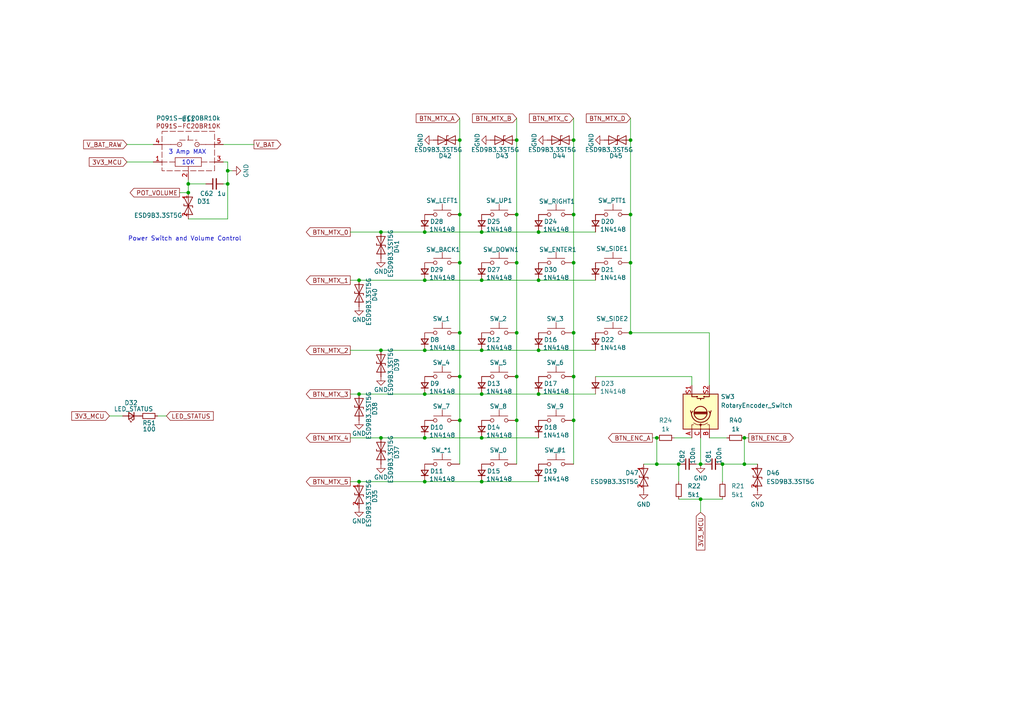
<source format=kicad_sch>
(kicad_sch (version 20250114) (generator "eeschema") (generator_version "9.0")
  (paper "A4")
  (lib_symbols
    (symbol "Device:C_Small" (pin_numbers (hide yes)) (pin_names (offset 0.254) (hide yes))
      (property "Reference" "C" (at 0.254 1.778 0))
      (property "Value" "C_Small" (at 0.254 -2.032 0))
      (symbol "C_Small_0_1"
        (polyline (pts (xy -1.524 0.508) (xy 1.524 0.508)) (stroke (width 0.3048)))
        (polyline (pts (xy -1.524 -0.508) (xy 1.524 -0.508)) (stroke (width 0.3302)))
      )
      (symbol "C_Small_1_1"
        (pin passive line (at 0 2.54 270) (length 2.032) (name "~") (number "1"))
        (pin passive line (at 0 -2.54 90) (length 2.032) (name "~") (number "2"))
      )
    )
    (symbol "Device:D_Small" (pin_numbers (hide yes)) (pin_names (offset 0.254) (hide yes))
      (property "Reference" "D" (at -1.27 2.032 0))
      (property "Value" "D_Small" (at -3.81 -2.032 0))
      (symbol "D_Small_0_1"
        (polyline (pts (xy -0.762 0) (xy 0.762 0)))
        (polyline (pts (xy -0.762 -1.016) (xy -0.762 1.016)) (stroke (width 0.254)))
        (polyline (pts (xy 0.762 -1.016) (xy -0.762 0) (xy 0.762 1.016) (xy 0.762 -1.016)) (stroke (width 0.254)))
      )
      (symbol "D_Small_1_1"
        (pin passive line (at -2.54 0 0) (length 1.778) (name "K") (number "1"))
        (pin passive line (at 2.54 0 180) (length 1.778) (name "A") (number "2"))
      )
    )
    (symbol "Device:LED_Small" (pin_numbers (hide yes)) (pin_names (offset 0.254) (hide yes))
      (property "Reference" "D" (at -1.27 3.175 0))
      (property "Value" "LED_Small" (at -4.445 -2.54 0))
      (symbol "LED_Small_0_1"
        (polyline (pts (xy -0.762 -1.016) (xy -0.762 1.016)) (stroke (width 0.254)))
        (polyline (pts (xy 0 0.762) (xy -0.508 1.27) (xy -0.254 1.27) (xy -0.508 1.27) (xy -0.508 1.016)))
        (polyline (pts (xy 0.508 1.27) (xy 0 1.778) (xy 0.254 1.778) (xy 0 1.778) (xy 0 1.524)))
        (polyline (pts (xy 0.762 -1.016) (xy -0.762 0) (xy 0.762 1.016) (xy 0.762 -1.016)) (stroke (width 0.254)))
        (polyline (pts (xy 1.016 0) (xy -0.762 0)))
      )
      (symbol "LED_Small_1_1"
        (pin passive line (at -2.54 0 0) (length 1.778) (name "K") (number "1"))
        (pin passive line (at 2.54 0 180) (length 1.778) (name "A") (number "2"))
      )
    )
    (symbol "Device:R_Small" (pin_numbers (hide yes)) (pin_names (offset 0.254) (hide yes))
      (property "Reference" "R" (at 0.762 0.508 0))
      (property "Value" "R_Small" (at 0.762 -1.016 0))
      (symbol "R_Small_0_1"
        (rectangle (start -0.762 1.778) (end 0.762 -1.778) (stroke (width 0.2032)))
      )
      (symbol "R_Small_1_1"
        (pin passive line (at 0 2.54 270) (length 0.762) (name "~") (number "1"))
        (pin passive line (at 0 -2.54 90) (length 0.762) (name "~") (number "2"))
      )
    )
    (symbol "Device:RotaryEncoder_Switch" (pin_names (offset 0.254) (hide yes))
      (property "Reference" "SW" (at 0 6.604 0))
      (property "Value" "RotaryEncoder_Switch" (at 0 -6.604 0))
      (symbol "RotaryEncoder_Switch_0_1"
        (rectangle (start -5.08 5.08) (end 5.08 -5.08) (stroke (width 0.254)) (fill (type background)))
        (polyline (pts (xy -5.08 2.54) (xy -3.81 2.54) (xy -3.81 2.032)))
        (polyline (pts (xy -5.08 0) (xy -3.81 0) (xy -3.81 -1.016) (xy -3.302 -2.032)))
        (polyline (pts (xy -5.08 -2.54) (xy -3.81 -2.54) (xy -3.81 -2.032)))
        (polyline (pts (xy -4.318 0) (xy -3.81 0) (xy -3.81 1.016) (xy -3.302 2.032)))
        (circle (center -3.81 0) (radius 0.254) (fill (type outline)))
        (polyline (pts (xy -0.635 -1.778) (xy -0.635 1.778)) (stroke (width 0.254)))
        (circle (center -0.381 0) (radius 1.905) (stroke (width 0.254)))
        (polyline (pts (xy -0.381 -1.778) (xy -0.381 1.778)) (stroke (width 0.254)))
        (arc (start -0.381 -2.794) (mid -3.0988 -0.0635) (end -0.381 2.667) (stroke (width 0.254)))
        (polyline (pts (xy -0.127 1.778) (xy -0.127 -1.778)) (stroke (width 0.254)))
        (polyline (pts (xy 0.254 2.921) (xy -0.508 2.667) (xy 0.127 2.286)) (stroke (width 0.254)))
        (polyline (pts (xy 0.254 -3.048) (xy -0.508 -2.794) (xy 0.127 -2.413)) (stroke (width 0.254)))
        (polyline (pts (xy 3.81 1.016) (xy 3.81 -1.016)) (stroke (width 0.254)))
        (polyline (pts (xy 3.81 0) (xy 3.429 0)) (stroke (width 0.254)))
        (circle (center 4.318 1.016) (radius 0.127) (stroke (width 0.254)))
        (circle (center 4.318 -1.016) (radius 0.127) (stroke (width 0.254)))
        (polyline (pts (xy 5.08 2.54) (xy 4.318 2.54) (xy 4.318 1.016)) (stroke (width 0.254)))
        (polyline (pts (xy 5.08 -2.54) (xy 4.318 -2.54) (xy 4.318 -1.016)) (stroke (width 0.254)))
      )
      (symbol "RotaryEncoder_Switch_1_1"
        (pin passive line (at -7.62 2.54 0) (length 2.54) (name "A") (number "A"))
        (pin passive line (at -7.62 0 0) (length 2.54) (name "C") (number "C"))
        (pin passive line (at -7.62 -2.54 0) (length 2.54) (name "B") (number "B"))
        (pin passive line (at 7.62 2.54 180) (length 2.54) (name "S1") (number "S1"))
        (pin passive line (at 7.62 -2.54 180) (length 2.54) (name "S2") (number "S2"))
      )
    )
    (symbol "Diode:ESD9B3.3ST5G" (pin_numbers (hide yes)) (pin_names (offset 1.016) (hide yes))
      (property "Reference" "D" (at 0 2.54 0))
      (property "Value" "ESD9B3.3ST5G" (at 0 -2.54 0))
      (symbol "ESD9B3.3ST5G_0_1"
        (polyline (pts (xy -2.54 -1.27) (xy 0 0) (xy -2.54 1.27) (xy -2.54 -1.27)) (stroke (width 0.2032)))
        (polyline (pts (xy 0.508 1.27) (xy 0 1.27) (xy 0 -1.27) (xy -0.508 -1.27)) (stroke (width 0.2032)))
        (polyline (pts (xy 1.27 0) (xy -1.27 0)))
        (polyline (pts (xy 2.54 1.27) (xy 2.54 -1.27) (xy 0 0) (xy 2.54 1.27)) (stroke (width 0.2032)))
      )
      (symbol "ESD9B3.3ST5G_1_1"
        (pin passive line (at -3.81 0 0) (length 2.54) (name "A1") (number "1"))
        (pin passive line (at 3.81 0 180) (length 2.54) (name "A2") (number "2"))
      )
    )
    (symbol "ESD9B3.3ST5G_1" (pin_names (offset 1.016) (hide yes))
      (property "Reference" "D" (at 0 2.54 0))
      (property "Value" "ESD9B3.3ST5G" (at 0 -2.54 0))
      (symbol "ESD9B3.3ST5G_1_0_1"
        (polyline (pts (xy -2.54 -1.27) (xy 0 0) (xy -2.54 1.27) (xy -2.54 -1.27)) (stroke (width 0.2032)))
        (polyline (pts (xy 0.508 1.27) (xy 0 1.27) (xy 0 -1.27) (xy -0.508 -1.27)) (stroke (width 0.2032)))
        (polyline (pts (xy 1.27 0) (xy -1.27 0)))
        (polyline (pts (xy 2.54 1.27) (xy 2.54 -1.27) (xy 0 0) (xy 2.54 1.27)) (stroke (width 0.2032)))
      )
      (symbol "ESD9B3.3ST5G_1_1_1"
        (pin passive line (at -3.81 0 0) (length 2.54) (name "A1") (number "1"))
        (pin passive line (at 3.81 0 180) (length 2.54) (name "A2") (number "2"))
      )
    )
    (symbol "ESD9B3.3ST5G_2" (pin_names (offset 1.016) (hide yes))
      (property "Reference" "D" (at 0 2.54 0))
      (property "Value" "ESD9B3.3ST5G" (at 0 -2.54 0))
      (symbol "ESD9B3.3ST5G_2_0_1"
        (polyline (pts (xy -2.54 -1.27) (xy 0 0) (xy -2.54 1.27) (xy -2.54 -1.27)) (stroke (width 0.2032)))
        (polyline (pts (xy 0.508 1.27) (xy 0 1.27) (xy 0 -1.27) (xy -0.508 -1.27)) (stroke (width 0.2032)))
        (polyline (pts (xy 1.27 0) (xy -1.27 0)))
        (polyline (pts (xy 2.54 1.27) (xy 2.54 -1.27) (xy 0 0) (xy 2.54 1.27)) (stroke (width 0.2032)))
      )
      (symbol "ESD9B3.3ST5G_2_1_1"
        (pin passive line (at -3.81 0 0) (length 2.54) (name "A1") (number "1"))
        (pin passive line (at 3.81 0 180) (length 2.54) (name "A2") (number "2"))
      )
    )
    (symbol "P091S:P091S"
      (property "Reference" "U" (at 0 10.16 0))
      (symbol "P091S_0_1"
        (polyline (pts (xy -5.08 2.54) (xy -7.62 2.54)))
        (rectangle (start -3.81 -1.27) (end 3.81 -3.81))
        (circle (center -2.54 2.54) (radius 0.635))
        (polyline (pts (xy 0 3.81) (xy 0 5.08)))
        (circle (center 2.54 2.54) (radius 0.635))
        (polyline (pts (xy 5.08 2.54) (xy 7.62 2.54)))
      )
      (symbol "P091S_1_1"
        (rectangle (start -7.62 6.35) (end 7.62 -5.08) (stroke (width 0) (type dash)))
        (polyline (pts (xy -5.08 2.54) (xy -2.54 2.54)))
        (polyline (pts (xy -3.81 -2.54) (xy -7.62 -2.54)))
        (polyline (pts (xy -2.54 3.81) (xy 2.54 3.81)))
        (polyline (pts (xy 0 -3.81) (xy 0 -5.08)))
        (polyline (pts (xy 3.81 -2.54) (xy 7.62 -2.54)))
        (polyline (pts (xy 5.08 2.54) (xy 2.54 2.54)))
        (text "P091S-FC20BR10K" (at 0 7.874 0) (effects (font (size 1.27 1.27))))
        (pin passive line (at -10.16 2.54 0) (length 2.54) (name "") (number "4"))
        (pin passive line (at -10.16 -2.54 0) (length 2.54) (name "") (number "1"))
        (pin passive line (at 0 -7.62 90) (length 2.54) (name "") (number "2"))
        (pin passive line (at 10.16 2.54 180) (length 2.54) (name "") (number "5"))
        (pin passive line (at 10.16 -2.54 180) (length 2.54) (name "") (number "3"))
      )
    )
    (symbol "Switch:SW_Push" (pin_numbers (hide yes)) (pin_names (offset 1.016) (hide yes))
      (property "Reference" "SW" (at 1.27 2.54 0))
      (property "Value" "SW_Push" (at 0 -1.524 0))
      (symbol "SW_Push_0_1"
        (circle (center -2.032 0) (radius 0.508))
        (polyline (pts (xy 0 1.27) (xy 0 3.048)))
        (circle (center 2.032 0) (radius 0.508))
        (polyline (pts (xy 2.54 1.27) (xy -2.54 1.27)))
        (pin passive line (at -5.08 0 0) (length 2.54) (name "1") (number "1"))
        (pin passive line (at 5.08 0 180) (length 2.54) (name "2") (number "2"))
      )
    )
    (symbol "power:GND" (power) (pin_numbers (hide yes)) (pin_names (offset 0) (hide yes))
      (property "Value" "GND" (at 0 -3.81 0))
      (symbol "GND_0_1"
        (polyline (pts (xy 0 0) (xy 0 -1.27) (xy 1.27 -1.27) (xy 0 -2.54) (xy -1.27 -1.27) (xy 0 -1.27)))
      )
      (symbol "GND_1_1"
        (pin power_in line (at 0 0 270) (length 0) (name "~") (number "1"))
      )
    )
  )
  (text "Power Switch and Volume Control\n" (at 53.594 69.342 0) (effects (font (size 1.27 1.27))))
  (text "3 Amp MAX\n" (at 54.356 44.196 0) (effects (font (size 1.27 1.27))))
  (text "10K\n" (at 54.61 47.244 0) (effects (font (size 1.27 1.27))))
  (junction (at 66.04 53.34))
  (junction (at 54.61 53.34))
  (junction (at 182.88 76.2))
  (junction (at 149.86 96.52))
  (junction (at 149.86 62.23))
  (junction (at 139.7 114.3))
  (junction (at 203.2 134.62))
  (junction (at 104.14 81.28))
  (junction (at 139.7 127))
  (junction (at 133.35 62.23))
  (junction (at 123.19 67.31))
  (junction (at 156.21 81.28))
  (junction (at 139.7 101.6))
  (junction (at 139.7 81.28))
  (junction (at 123.19 114.3))
  (junction (at 166.37 76.2))
  (junction (at 66.04 49.53))
  (junction (at 149.86 109.22))
  (junction (at 123.19 81.28))
  (junction (at 215.9 134.62))
  (junction (at 139.7 139.7))
  (junction (at 190.5 134.62))
  (junction (at 54.61 55.88))
  (junction (at 133.35 109.22))
  (junction (at 156.21 101.6))
  (junction (at 104.14 139.7))
  (junction (at 123.19 101.6))
  (junction (at 203.2 144.78))
  (junction (at 156.21 114.3))
  (junction (at 123.19 139.7))
  (junction (at 123.19 127))
  (junction (at 182.88 40.64))
  (junction (at 149.86 76.2))
  (junction (at 215.9 127))
  (junction (at 133.35 76.2))
  (junction (at 133.35 121.92))
  (junction (at 104.14 114.3))
  (junction (at 149.86 121.92))
  (junction (at 182.88 62.23))
  (junction (at 190.5 127))
  (junction (at 182.88 96.52))
  (junction (at 133.35 96.52))
  (junction (at 166.37 40.64))
  (junction (at 166.37 121.92))
  (junction (at 166.37 109.22))
  (junction (at 209.55 134.62))
  (junction (at 139.7 67.31))
  (junction (at 110.49 67.31))
  (junction (at 149.86 40.64))
  (junction (at 110.49 127))
  (junction (at 156.21 67.31))
  (junction (at 166.37 96.52))
  (junction (at 166.37 62.23))
  (junction (at 133.35 40.64))
  (junction (at 196.85 134.62))
  (junction (at 110.49 101.6))
  (wire (pts (xy 182.88 34.29) (xy 182.88 40.64)))
  (wire (pts (xy 215.9 134.62) (xy 219.71 134.62)))
  (wire (pts (xy 203.2 144.78) (xy 209.55 144.78)))
  (wire (pts (xy 182.88 76.2) (xy 182.88 96.52)))
  (wire (pts (xy 54.61 53.34) (xy 59.69 53.34)))
  (wire (pts (xy 201.93 134.62) (xy 203.2 134.62)))
  (wire (pts (xy 205.74 127) (xy 210.82 127)))
  (wire (pts (xy 172.72 109.22) (xy 200.66 109.22)))
  (wire (pts (xy 149.86 40.64) (xy 149.86 62.23)))
  (wire (pts (xy 166.37 109.22) (xy 166.37 121.92)))
  (wire (pts (xy 190.5 127) (xy 190.5 134.62)))
  (wire (pts (xy 195.58 127) (xy 200.66 127)))
  (wire (pts (xy 48.26 120.65) (xy 45.72 120.65)))
  (wire (pts (xy 66.04 49.53) (xy 66.04 53.34)))
  (wire (pts (xy 54.61 52.07) (xy 54.61 53.34)))
  (wire (pts (xy 139.7 139.7) (xy 156.21 139.7)))
  (wire (pts (xy 67.31 49.53) (xy 66.04 49.53)))
  (wire (pts (xy 190.5 134.62) (xy 196.85 134.62)))
  (wire (pts (xy 133.35 96.52) (xy 133.35 109.22)))
  (wire (pts (xy 139.7 67.31) (xy 156.21 67.31)))
  (wire (pts (xy 215.9 134.62) (xy 209.55 134.62)))
  (wire (pts (xy 182.88 62.23) (xy 182.88 76.2)))
  (wire (pts (xy 182.88 96.52) (xy 205.74 96.52)))
  (wire (pts (xy 133.35 109.22) (xy 133.35 121.92)))
  (wire (pts (xy 196.85 144.78) (xy 203.2 144.78)))
  (wire (pts (xy 139.7 114.3) (xy 156.21 114.3)))
  (wire (pts (xy 133.35 121.92) (xy 133.35 134.62)))
  (wire (pts (xy 66.04 46.99) (xy 64.77 46.99)))
  (wire (pts (xy 139.7 101.6) (xy 156.21 101.6)))
  (wire (pts (xy 110.49 67.31) (xy 123.19 67.31)))
  (wire (pts (xy 101.6 139.7) (xy 104.14 139.7)))
  (wire (pts (xy 196.85 134.62) (xy 196.85 139.7)))
  (wire (pts (xy 123.19 81.28) (xy 139.7 81.28)))
  (wire (pts (xy 123.19 114.3) (xy 139.7 114.3)))
  (wire (pts (xy 156.21 67.31) (xy 172.72 67.31)))
  (wire (pts (xy 156.21 114.3) (xy 172.72 114.3)))
  (wire (pts (xy 101.6 114.3) (xy 104.14 114.3)))
  (wire (pts (xy 203.2 134.62) (xy 204.47 134.62)))
  (wire (pts (xy 166.37 34.29) (xy 166.37 40.64)))
  (wire (pts (xy 110.49 127) (xy 123.19 127)))
  (wire (pts (xy 133.35 40.64) (xy 133.35 62.23)))
  (wire (pts (xy 149.86 96.52) (xy 149.86 109.22)))
  (wire (pts (xy 190.5 127) (xy 189.23 127)))
  (wire (pts (xy 156.21 81.28) (xy 172.72 81.28)))
  (wire (pts (xy 54.61 63.5) (xy 66.04 63.5)))
  (wire (pts (xy 101.6 127) (xy 110.49 127)))
  (wire (pts (xy 200.66 109.22) (xy 200.66 111.76)))
  (wire (pts (xy 166.37 96.52) (xy 166.37 109.22)))
  (wire (pts (xy 215.9 127) (xy 217.17 127)))
  (wire (pts (xy 101.6 81.28) (xy 104.14 81.28)))
  (wire (pts (xy 203.2 134.62) (xy 203.2 127)))
  (wire (pts (xy 149.86 76.2) (xy 149.86 96.52)))
  (wire (pts (xy 104.14 114.3) (xy 123.19 114.3)))
  (wire (pts (xy 166.37 121.92) (xy 166.37 134.62)))
  (wire (pts (xy 110.49 101.6) (xy 123.19 101.6)))
  (wire (pts (xy 54.61 55.88) (xy 52.07 55.88)))
  (wire (pts (xy 66.04 63.5) (xy 66.04 53.34)))
  (wire (pts (xy 36.83 41.91) (xy 44.45 41.91)))
  (wire (pts (xy 139.7 81.28) (xy 156.21 81.28)))
  (wire (pts (xy 215.9 127) (xy 215.9 134.62)))
  (wire (pts (xy 209.55 134.62) (xy 209.55 139.7)))
  (wire (pts (xy 149.86 109.22) (xy 149.86 121.92)))
  (wire (pts (xy 64.77 53.34) (xy 66.04 53.34)))
  (wire (pts (xy 203.2 144.78) (xy 203.2 148.59)))
  (wire (pts (xy 133.35 62.23) (xy 133.35 76.2)))
  (wire (pts (xy 104.14 81.28) (xy 123.19 81.28)))
  (wire (pts (xy 149.86 62.23) (xy 149.86 76.2)))
  (wire (pts (xy 139.7 127) (xy 156.21 127)))
  (wire (pts (xy 156.21 101.6) (xy 172.72 101.6)))
  (wire (pts (xy 149.86 121.92) (xy 149.86 134.62)))
  (wire (pts (xy 123.19 139.7) (xy 139.7 139.7)))
  (wire (pts (xy 104.14 139.7) (xy 123.19 139.7)))
  (wire (pts (xy 36.83 46.99) (xy 44.45 46.99)))
  (wire (pts (xy 186.69 134.62) (xy 190.5 134.62)))
  (wire (pts (xy 66.04 49.53) (xy 66.04 46.99)))
  (wire (pts (xy 166.37 62.23) (xy 166.37 76.2)))
  (wire (pts (xy 182.88 40.64) (xy 182.88 62.23)))
  (wire (pts (xy 166.37 40.64) (xy 166.37 62.23)))
  (wire (pts (xy 54.61 53.34) (xy 54.61 55.88)))
  (wire (pts (xy 73.66 41.91) (xy 64.77 41.91)))
  (wire (pts (xy 166.37 76.2) (xy 166.37 96.52)))
  (wire (pts (xy 133.35 34.29) (xy 133.35 40.64)))
  (wire (pts (xy 31.75 120.65) (xy 35.56 120.65)))
  (wire (pts (xy 101.6 67.31) (xy 110.49 67.31)))
  (wire (pts (xy 123.19 67.31) (xy 139.7 67.31)))
  (wire (pts (xy 205.74 96.52) (xy 205.74 111.76)))
  (wire (pts (xy 123.19 127) (xy 139.7 127)))
  (wire (pts (xy 101.6 101.6) (xy 110.49 101.6)))
  (wire (pts (xy 149.86 34.29) (xy 149.86 40.64)))
  (wire (pts (xy 133.35 76.2) (xy 133.35 96.52)))
  (wire (pts (xy 123.19 101.6) (xy 139.7 101.6)))
  (global_label "BTN_MTX_1" (shape output) (at 101.6 81.28 180) (property "Intersheetrefs" "${INTERSHEET_REFS}" (effects (hide yes))))
  (global_label "BTN_ENC_A" (shape output) (at 189.23 127 180) (property "Intersheetrefs" "${INTERSHEET_REFS}" (effects (hide yes))))
  (global_label "3V3_MCU" (shape input) (at 31.75 120.65 180) (property "Intersheetrefs" "${INTERSHEET_REFS}" (effects (hide yes))))
  (global_label "BTN_MTX_0" (shape output) (at 101.6 67.31 180) (property "Intersheetrefs" "${INTERSHEET_REFS}" (effects (hide yes))))
  (global_label "BTN_MTX_4" (shape output) (at 101.6 127 180) (property "Intersheetrefs" "${INTERSHEET_REFS}" (effects (hide yes))))
  (global_label "BTN_ENC_B" (shape output) (at 217.17 127 0) (property "Intersheetrefs" "${INTERSHEET_REFS}" (effects (hide yes))))
  (global_label "V_BAT_RAW" (shape input) (at 36.83 41.91 180) (property "Intersheetrefs" "${INTERSHEET_REFS}" (effects (hide yes))))
  (global_label "3V3_MCU" (shape input) (at 203.2 148.59 270) (property "Intersheetrefs" "${INTERSHEET_REFS}" (effects (hide yes))))
  (global_label "BTN_MTX_5" (shape output) (at 101.6 139.7 180) (property "Intersheetrefs" "${INTERSHEET_REFS}" (effects (hide yes))))
  (global_label "BTN_MTX_D" (shape input) (at 182.88 34.29 180) (property "Intersheetrefs" "${INTERSHEET_REFS}" (effects (hide yes))))
  (global_label "POT_VOLUME" (shape output) (at 52.07 55.88 180) (property "Intersheetrefs" "${INTERSHEET_REFS}" (effects (hide yes))))
  (global_label "BTN_MTX_A" (shape input) (at 133.35 34.29 180) (property "Intersheetrefs" "${INTERSHEET_REFS}" (effects (hide yes))))
  (global_label "BTN_MTX_3" (shape output) (at 101.6 114.3 180) (property "Intersheetrefs" "${INTERSHEET_REFS}" (effects (hide yes))))
  (global_label "V_BAT" (shape output) (at 73.66 41.91 0) (property "Intersheetrefs" "${INTERSHEET_REFS}" (effects (hide yes))))
  (global_label "BTN_MTX_2" (shape output) (at 101.6 101.6 180) (property "Intersheetrefs" "${INTERSHEET_REFS}" (effects (hide yes))))
  (global_label "3V3_MCU" (shape input) (at 36.83 46.99 180) (property "Intersheetrefs" "${INTERSHEET_REFS}" (effects (hide yes))))
  (global_label "BTN_MTX_B" (shape input) (at 149.86 34.29 180) (property "Intersheetrefs" "${INTERSHEET_REFS}" (effects (hide yes))))
  (global_label "BTN_MTX_C" (shape input) (at 166.37 34.29 180) (property "Intersheetrefs" "${INTERSHEET_REFS}" (effects (hide yes))))
  (global_label "LED_STATUS" (shape input) (at 48.26 120.65 0) (property "Intersheetrefs" "${INTERSHEET_REFS}" (effects (hide yes))))
  (symbol (lib_id "power:GND") (at 110.49 134.62 0) (unit 1)
    (property "Reference" "#PWR051" (effects (hide yes)))
    (property "Value" "GND" (at 110.49 138.43 0))
    (property "Description" "Power symbol creates a global label with name \"GND\" , ground" (effects (hide yes)))
  )
  (symbol (lib_id "Device:D_Small") (at 139.7 111.76 90) (unit 1)
    (property "Reference" "D13" (at 141.224 111.252 90) (effects (justify right)))
    (property "Value" "1N4148" (at 140.97 113.538 90) (effects (justify right)))
    (property "Description" "Diode, small symbol" (effects (hide yes)))
    (property "Sim.Device" "D" (effects (hide yes)))
    (property "Sim.Pins" "1=K 2=A" (effects (hide yes)))
  )
  (symbol (lib_id "Switch:SW_Push") (at 161.29 62.23 0) (unit 1)
    (property "Reference" "SW_RIGHT1" (at 161.544 58.42 0))
    (property "Value" "SW_Push" (effects (hide yes)))
    (property "Description" "Push button switch, generic, two pins" (effects (hide yes)))
  )
  (symbol (lib_name "ESD9B3.3ST5G_1") (lib_id "Diode:ESD9B3.3ST5G") (at 186.69 138.43 270) (unit 1)
    (property "Reference" "D47" (at 181.356 137.16 90) (effects (justify left)))
    (property "Value" "ESD9B3.3ST5G" (at 171.196 139.7 90) (effects (justify left)))
    (property "Footprint" "Diode_SMD:D_SOD-923" (effects (hide yes)))
    (property "Datasheet" "https://www.onsemi.com/pub/Collateral/ESD9B-D.PDF" (effects (hide yes)))
    (property "Description" "ESD protection diode, 3.3Vrwm, SOD-923" (effects (hide yes)))
  )
  (symbol (lib_id "P091S:P091S") (at 54.61 44.45 0) (unit 1)
    (property "Reference" "U11" (at 54.61 34.544 0))
    (property "Value" "P091S-FC20BR10k" (at 54.61 34.29 0))
  )
  (symbol (lib_id "Diode:ESD9B3.3ST5G") (at 129.54 40.64 180) (unit 1)
    (property "Reference" "D42" (at 131.064 45.212 0) (effects (justify left)))
    (property "Value" "ESD9B3.3ST5G" (at 134.112 43.434 0) (effects (justify left)))
    (property "Footprint" "Diode_SMD:D_SOD-923" (effects (hide yes)))
    (property "Datasheet" "https://www.onsemi.com/pub/Collateral/ESD9B-D.PDF" (effects (hide yes)))
    (property "Description" "ESD protection diode, 3.3Vrwm, SOD-923" (effects (hide yes)))
  )
  (symbol (lib_id "Device:C_Small") (at 207.01 134.62 90) (unit 1)
    (property "Reference" "C81" (at 205.486 134.366 0) (effects (justify left)))
    (property "Value" "100n" (at 208.534 134.62 0) (effects (justify left)))
    (property "Description" "Unpolarized capacitor, small symbol" (effects (hide yes)))
  )
  (symbol (lib_id "Device:D_Small") (at 156.21 99.06 90) (unit 1)
    (property "Reference" "D16" (at 157.734 98.552 90) (effects (justify right)))
    (property "Value" "1N4148" (at 157.48 100.838 90) (effects (justify right)))
    (property "Description" "Diode, small symbol" (effects (hide yes)))
    (property "Sim.Device" "D" (effects (hide yes)))
    (property "Sim.Pins" "1=K 2=A" (effects (hide yes)))
  )
  (symbol (lib_id "power:GND") (at 104.14 121.92 0) (unit 1)
    (property "Reference" "#PWR052" (effects (hide yes)))
    (property "Value" "GND" (at 104.14 125.73 0))
    (property "Description" "Power symbol creates a global label with name \"GND\" , ground" (effects (hide yes)))
  )
  (symbol (lib_id "Device:D_Small") (at 123.19 78.74 90) (unit 1)
    (property "Reference" "D29" (at 124.714 78.232 90) (effects (justify right)))
    (property "Value" "1N4148" (at 124.46 80.518 90) (effects (justify right)))
    (property "Description" "Diode, small symbol" (effects (hide yes)))
    (property "Sim.Device" "D" (effects (hide yes)))
    (property "Sim.Pins" "1=K 2=A" (effects (hide yes)))
  )
  (symbol (lib_id "Device:C_Small") (at 199.39 134.62 90) (unit 1)
    (property "Reference" "C82" (at 197.866 134.366 0) (effects (justify left)))
    (property "Value" "100n" (at 200.914 134.62 0) (effects (justify left)))
    (property "Description" "Unpolarized capacitor, small symbol" (effects (hide yes)))
  )
  (symbol (lib_id "power:GND") (at 67.31 49.53 90) (unit 1)
    (property "Reference" "#PWR035" (effects (hide yes)))
    (property "Value" "GND" (at 71.374 49.53 0))
    (property "Description" "Power symbol creates a global label with name \"GND\" , ground" (effects (hide yes)))
  )
  (symbol (lib_id "Device:D_Small") (at 156.21 137.16 90) (unit 1)
    (property "Reference" "D19" (at 157.734 136.652 90) (effects (justify right)))
    (property "Value" "1N4148" (at 157.48 138.938 90) (effects (justify right)))
    (property "Description" "Diode, small symbol" (effects (hide yes)))
    (property "Sim.Device" "D" (effects (hide yes)))
    (property "Sim.Pins" "1=K 2=A" (effects (hide yes)))
  )
  (symbol (lib_id "Switch:SW_Push") (at 177.8 76.2 0) (unit 1)
    (property "Reference" "SW_SIDE1" (at 177.546 72.136 0))
    (property "Value" "SW_Push" (effects (hide yes)))
    (property "Description" "Push button switch, generic, two pins" (effects (hide yes)))
  )
  (symbol (lib_id "power:GND") (at 142.24 40.64 270) (unit 1)
    (property "Reference" "#PWR057" (effects (hide yes)))
    (property "Value" "GND" (at 138.43 40.64 0))
    (property "Description" "Power symbol creates a global label with name \"GND\" , ground" (effects (hide yes)))
  )
  (symbol (lib_id "Device:D_Small") (at 172.72 64.77 90) (unit 1)
    (property "Reference" "D20" (at 174.244 64.262 90) (effects (justify right)))
    (property "Value" "1N4148" (at 173.99 66.548 90) (effects (justify right)))
    (property "Description" "Diode, small symbol" (effects (hide yes)))
    (property "Sim.Device" "D" (effects (hide yes)))
    (property "Sim.Pins" "1=K 2=A" (effects (hide yes)))
  )
  (symbol (lib_id "Switch:SW_Push") (at 128.27 62.23 0) (unit 1)
    (property "Reference" "SW_LEFT1" (at 128.27 58.166 0))
    (property "Value" "SW_Push" (effects (hide yes)))
    (property "Description" "Push button switch, generic, two pins" (effects (hide yes)))
  )
  (symbol (lib_id "Switch:SW_Push") (at 177.8 62.23 0) (unit 1)
    (property "Reference" "SW_PTT1" (at 177.546 58.166 0))
    (property "Value" "SW_Push" (effects (hide yes)))
    (property "Description" "Push button switch, generic, two pins" (effects (hide yes)))
  )
  (symbol (lib_id "Switch:SW_Push") (at 144.78 121.92 0) (unit 1)
    (property "Reference" "SW_8" (at 144.526 117.856 0))
    (property "Value" "SW_Push" (effects (hide yes)))
    (property "Description" "Push button switch, generic, two pins" (effects (hide yes)))
  )
  (symbol (lib_id "power:GND") (at 175.26 40.64 270) (unit 1)
    (property "Reference" "#PWR059" (effects (hide yes)))
    (property "Value" "GND" (at 171.45 40.64 0))
    (property "Description" "Power symbol creates a global label with name \"GND\" , ground" (effects (hide yes)))
  )
  (symbol (lib_id "Switch:SW_Push") (at 128.27 96.52 0) (unit 1)
    (property "Reference" "SW_1" (at 128.016 92.456 0))
    (property "Value" "SW_Push" (effects (hide yes)))
    (property "Description" "Push button switch, generic, two pins" (effects (hide yes)))
  )
  (symbol (lib_id "Device:D_Small") (at 139.7 124.46 90) (unit 1)
    (property "Reference" "D14" (at 141.224 123.952 90) (effects (justify right)))
    (property "Value" "1N4148" (at 140.97 126.238 90) (effects (justify right)))
    (property "Description" "Diode, small symbol" (effects (hide yes)))
    (property "Sim.Device" "D" (effects (hide yes)))
    (property "Sim.Pins" "1=K 2=A" (effects (hide yes)))
  )
  (symbol (lib_id "Device:D_Small") (at 123.19 99.06 90) (unit 1)
    (property "Reference" "D8" (at 124.714 98.552 90) (effects (justify right)))
    (property "Value" "1N4148" (at 124.46 100.838 90) (effects (justify right)))
    (property "Description" "Diode, small symbol" (effects (hide yes)))
    (property "Sim.Device" "D" (effects (hide yes)))
    (property "Sim.Pins" "1=K 2=A" (effects (hide yes)))
  )
  (symbol (lib_id "power:GND") (at 158.75 40.64 270) (unit 1)
    (property "Reference" "#PWR058" (effects (hide yes)))
    (property "Value" "GND" (at 154.94 40.64 0))
    (property "Description" "Power symbol creates a global label with name \"GND\" , ground" (effects (hide yes)))
  )
  (symbol (lib_id "Device:R_Small") (at 213.36 127 90) (unit 1)
    (property "Reference" "R40" (at 213.36 121.92 90))
    (property "Value" "1k" (at 213.36 124.46 90))
    (property "Description" "Resistor, small symbol" (effects (hide yes)))
  )
  (symbol (lib_id "Diode:ESD9B3.3ST5G") (at 162.56 40.64 180) (unit 1)
    (property "Reference" "D44" (at 164.084 45.212 0) (effects (justify left)))
    (property "Value" "ESD9B3.3ST5G" (at 167.132 43.434 0) (effects (justify left)))
    (property "Footprint" "Diode_SMD:D_SOD-923" (effects (hide yes)))
    (property "Datasheet" "https://www.onsemi.com/pub/Collateral/ESD9B-D.PDF" (effects (hide yes)))
    (property "Description" "ESD protection diode, 3.3Vrwm, SOD-923" (effects (hide yes)))
  )
  (symbol (lib_id "Device:D_Small") (at 172.72 99.06 90) (unit 1)
    (property "Reference" "D22" (at 174.244 98.552 90) (effects (justify right)))
    (property "Value" "1N4148" (at 173.99 100.838 90) (effects (justify right)))
    (property "Description" "Diode, small symbol" (effects (hide yes)))
    (property "Sim.Device" "D" (effects (hide yes)))
    (property "Sim.Pins" "1=K 2=A" (effects (hide yes)))
  )
  (symbol (lib_id "Diode:ESD9B3.3ST5G") (at 146.05 40.64 180) (unit 1)
    (property "Reference" "D43" (at 147.574 45.212 0) (effects (justify left)))
    (property "Value" "ESD9B3.3ST5G" (at 150.622 43.434 0) (effects (justify left)))
    (property "Footprint" "Diode_SMD:D_SOD-923" (effects (hide yes)))
    (property "Datasheet" "https://www.onsemi.com/pub/Collateral/ESD9B-D.PDF" (effects (hide yes)))
    (property "Description" "ESD protection diode, 3.3Vrwm, SOD-923" (effects (hide yes)))
  )
  (symbol (lib_id "power:GND") (at 219.71 142.24 0) (unit 1)
    (property "Reference" "#PWR061" (effects (hide yes)))
    (property "Value" "GND" (at 219.71 146.304 0))
    (property "Description" "Power symbol creates a global label with name \"GND\" , ground" (effects (hide yes)))
  )
  (symbol (lib_id "Device:D_Small") (at 156.21 78.74 90) (unit 1)
    (property "Reference" "D30" (at 157.734 78.232 90) (effects (justify right)))
    (property "Value" "1N4148" (at 157.48 80.518 90) (effects (justify right)))
    (property "Description" "Diode, small symbol" (effects (hide yes)))
    (property "Sim.Device" "D" (effects (hide yes)))
    (property "Sim.Pins" "1=K 2=A" (effects (hide yes)))
  )
  (symbol (lib_id "Device:D_Small") (at 156.21 111.76 90) (unit 1)
    (property "Reference" "D17" (at 157.734 111.252 90) (effects (justify right)))
    (property "Value" "1N4148" (at 157.48 113.538 90) (effects (justify right)))
    (property "Description" "Diode, small symbol" (effects (hide yes)))
    (property "Sim.Device" "D" (effects (hide yes)))
    (property "Sim.Pins" "1=K 2=A" (effects (hide yes)))
  )
  (symbol (lib_id "Switch:SW_Push") (at 161.29 134.62 0) (unit 1)
    (property "Reference" "SW_#1" (at 161.036 130.556 0))
    (property "Value" "SW_Push" (effects (hide yes)))
    (property "Description" "Push button switch, generic, two pins" (effects (hide yes)))
  )
  (symbol (lib_id "power:GND") (at 110.49 74.93 0) (unit 1)
    (property "Reference" "#PWR055" (effects (hide yes)))
    (property "Value" "GND" (at 110.49 78.74 0))
    (property "Description" "Power symbol creates a global label with name \"GND\" , ground" (effects (hide yes)))
  )
  (symbol (lib_id "Device:D_Small") (at 123.19 111.76 90) (unit 1)
    (property "Reference" "D9" (at 124.714 111.252 90) (effects (justify right)))
    (property "Value" "1N4148" (at 124.46 113.538 90) (effects (justify right)))
    (property "Description" "Diode, small symbol" (effects (hide yes)))
    (property "Sim.Device" "D" (effects (hide yes)))
    (property "Sim.Pins" "1=K 2=A" (effects (hide yes)))
  )
  (symbol (lib_id "Switch:SW_Push") (at 144.78 109.22 0) (unit 1)
    (property "Reference" "SW_5" (at 144.526 105.156 0))
    (property "Value" "SW_Push" (effects (hide yes)))
    (property "Description" "Push button switch, generic, two pins" (effects (hide yes)))
  )
  (symbol (lib_id "Device:D_Small") (at 123.19 137.16 90) (unit 1)
    (property "Reference" "D11" (at 124.714 136.652 90) (effects (justify right)))
    (property "Value" "1N4148" (at 124.46 138.938 90) (effects (justify right)))
    (property "Description" "Diode, small symbol" (effects (hide yes)))
    (property "Sim.Device" "D" (effects (hide yes)))
    (property "Sim.Pins" "1=K 2=A" (effects (hide yes)))
  )
  (symbol (lib_id "Switch:SW_Push") (at 144.78 76.2 0) (unit 1)
    (property "Reference" "SW_DOWN1" (at 145.288 72.39 0))
    (property "Value" "SW_Push" (effects (hide yes)))
    (property "Description" "Push button switch, generic, two pins" (effects (hide yes)))
  )
  (symbol (lib_id "Switch:SW_Push") (at 161.29 76.2 0) (unit 1)
    (property "Reference" "SW_ENTER1" (at 161.798 72.39 0))
    (property "Value" "SW_Push" (effects (hide yes)))
    (property "Description" "Push button switch, generic, two pins" (effects (hide yes)))
  )
  (symbol (lib_id "Device:R_Small") (at 196.85 142.24 0) (unit 1)
    (property "Reference" "R22" (at 199.39 140.9699 0) (effects (justify left)))
    (property "Value" "5k1" (at 199.39 143.5099 0) (effects (justify left)))
    (property "Description" "Resistor, small symbol" (effects (hide yes)))
  )
  (symbol (lib_id "Device:C_Small") (at 62.23 53.34 90) (unit 1)
    (property "Reference" "C62" (at 59.944 56.134 90))
    (property "Value" "1u" (at 64.262 56.134 90))
    (property "Description" "Unpolarized capacitor, small symbol" (effects (hide yes)))
  )
  (symbol (lib_id "power:GND") (at 104.14 88.9 0) (unit 1)
    (property "Reference" "#PWR054" (effects (hide yes)))
    (property "Value" "GND" (at 104.14 92.71 0))
    (property "Description" "Power symbol creates a global label with name \"GND\" , ground" (effects (hide yes)))
  )
  (symbol (lib_id "Switch:SW_Push") (at 161.29 96.52 0) (unit 1)
    (property "Reference" "SW_3" (at 161.036 92.456 0))
    (property "Value" "SW_Push" (effects (hide yes)))
    (property "Description" "Push button switch, generic, two pins" (effects (hide yes)))
  )
  (symbol (lib_name "ESD9B3.3ST5G_1") (lib_id "Diode:ESD9B3.3ST5G") (at 54.61 59.69 270) (unit 1)
    (property "Reference" "D31" (at 57.15 58.4199 90) (effects (justify left)))
    (property "Value" "ESD9B3.3ST5G" (at 38.862 62.484 90) (effects (justify left)))
    (property "Footprint" "Diode_SMD:D_SOD-923" (effects (hide yes)))
    (property "Datasheet" "https://www.onsemi.com/pub/Collateral/ESD9B-D.PDF" (effects (hide yes)))
    (property "Description" "ESD protection diode, 3.3Vrwm, SOD-923" (effects (hide yes)))
  )
  (symbol (lib_id "Switch:SW_Push") (at 144.78 62.23 0) (unit 1)
    (property "Reference" "SW_UP1" (at 144.78 58.166 0))
    (property "Value" "SW_Push" (effects (hide yes)))
    (property "Description" "Push button switch, generic, two pins" (effects (hide yes)))
  )
  (symbol (lib_id "Device:RotaryEncoder_Switch") (at 203.2 119.38 90) (unit 1)
    (property "Reference" "SW3" (at 209.042 115.062 90) (effects (justify right)))
    (property "Value" "RotaryEncoder_Switch" (at 209.042 117.602 90) (effects (justify right)))
    (property "Description" "Rotary encoder, dual channel, incremental quadrate outputs, with switch" (effects (hide yes)))
  )
  (symbol (lib_id "Switch:SW_Push") (at 128.27 109.22 0) (unit 1)
    (property "Reference" "SW_4" (at 128.016 105.156 0))
    (property "Value" "SW_Push" (effects (hide yes)))
    (property "Description" "Push button switch, generic, two pins" (effects (hide yes)))
  )
  (symbol (lib_id "Diode:ESD9B3.3ST5G") (at 110.49 71.12 270) (unit 1)
    (property "Reference" "D41" (at 115.062 69.596 0) (effects (justify left)))
    (property "Value" "ESD9B3.3ST5G" (at 113.284 66.548 0) (effects (justify left)))
    (property "Footprint" "Diode_SMD:D_SOD-923" (effects (hide yes)))
    (property "Datasheet" "https://www.onsemi.com/pub/Collateral/ESD9B-D.PDF" (effects (hide yes)))
    (property "Description" "ESD protection diode, 3.3Vrwm, SOD-923" (effects (hide yes)))
  )
  (symbol (lib_id "Diode:ESD9B3.3ST5G") (at 110.49 130.81 270) (unit 1)
    (property "Reference" "D37" (at 115.062 129.286 0) (effects (justify left)))
    (property "Value" "ESD9B3.3ST5G" (at 113.284 126.238 0) (effects (justify left)))
    (property "Footprint" "Diode_SMD:D_SOD-923" (effects (hide yes)))
    (property "Datasheet" "https://www.onsemi.com/pub/Collateral/ESD9B-D.PDF" (effects (hide yes)))
    (property "Description" "ESD protection diode, 3.3Vrwm, SOD-923" (effects (hide yes)))
  )
  (symbol (lib_id "Device:D_Small") (at 123.19 124.46 90) (unit 1)
    (property "Reference" "D10" (at 124.714 123.952 90) (effects (justify right)))
    (property "Value" "1N4148" (at 124.46 126.238 90) (effects (justify right)))
    (property "Description" "Diode, small symbol" (effects (hide yes)))
    (property "Sim.Device" "D" (effects (hide yes)))
    (property "Sim.Pins" "1=K 2=A" (effects (hide yes)))
  )
  (symbol (lib_id "Device:D_Small") (at 123.19 64.77 90) (unit 1)
    (property "Reference" "D28" (at 124.714 64.262 90) (effects (justify right)))
    (property "Value" "1N4148" (at 124.46 66.548 90) (effects (justify right)))
    (property "Description" "Diode, small symbol" (effects (hide yes)))
    (property "Sim.Device" "D" (effects (hide yes)))
    (property "Sim.Pins" "1=K 2=A" (effects (hide yes)))
  )
  (symbol (lib_id "Device:D_Small") (at 139.7 99.06 90) (unit 1)
    (property "Reference" "D12" (at 141.224 98.552 90) (effects (justify right)))
    (property "Value" "1N4148" (at 140.97 100.838 90) (effects (justify right)))
    (property "Description" "Diode, small symbol" (effects (hide yes)))
    (property "Sim.Device" "D" (effects (hide yes)))
    (property "Sim.Pins" "1=K 2=A" (effects (hide yes)))
  )
  (symbol (lib_id "Device:LED_Small") (at 38.1 120.65 180) (unit 1)
    (property "Reference" "D32" (at 36.068 116.84 0) (effects (justify right)))
    (property "Value" "LED_STATUS" (at 33.02 118.618 0) (effects (justify right)))
    (property "Description" "Light emitting diode, small symbol" (effects (hide yes)))
    (property "Sim.Pin" "1=K 2=A" (effects (hide yes)))
  )
  (symbol (lib_id "Switch:SW_Push") (at 177.8 96.52 0) (unit 1)
    (property "Reference" "SW_SIDE2" (at 177.546 92.456 0))
    (property "Value" "SW_Push" (effects (hide yes)))
    (property "Description" "Push button switch, generic, two pins" (effects (hide yes)))
  )
  (symbol (lib_id "Device:R_Small") (at 43.18 120.65 90) (mirror x) (unit 1)
    (property "Reference" "R51" (at 45.212 122.682 90) (effects (justify left)))
    (property "Value" "100" (at 45.212 124.46 90) (effects (justify left)))
    (property "Description" "Resistor, small symbol" (effects (hide yes)))
  )
  (symbol (lib_id "Switch:SW_Push") (at 128.27 76.2 0) (unit 1)
    (property "Reference" "SW_BACK1" (at 128.524 72.39 0))
    (property "Value" "SW_Push" (effects (hide yes)))
    (property "Description" "Push button switch, generic, two pins" (effects (hide yes)))
  )
  (symbol (lib_id "Diode:ESD9B3.3ST5G") (at 179.07 40.64 180) (unit 1)
    (property "Reference" "D45" (at 180.594 45.212 0) (effects (justify left)))
    (property "Value" "ESD9B3.3ST5G" (at 183.642 43.434 0) (effects (justify left)))
    (property "Footprint" "Diode_SMD:D_SOD-923" (effects (hide yes)))
    (property "Datasheet" "https://www.onsemi.com/pub/Collateral/ESD9B-D.PDF" (effects (hide yes)))
    (property "Description" "ESD protection diode, 3.3Vrwm, SOD-923" (effects (hide yes)))
  )
  (symbol (lib_id "power:GND") (at 110.49 109.22 0) (unit 1)
    (property "Reference" "#PWR053" (effects (hide yes)))
    (property "Value" "GND" (at 110.49 113.03 0))
    (property "Description" "Power symbol creates a global label with name \"GND\" , ground" (effects (hide yes)))
  )
  (symbol (lib_id "Device:R_Small") (at 193.04 127 90) (unit 1)
    (property "Reference" "R24" (at 193.04 121.92 90))
    (property "Value" "1k" (at 193.04 124.46 90))
    (property "Description" "Resistor, small symbol" (effects (hide yes)))
  )
  (symbol (lib_id "power:GND") (at 186.69 142.24 0) (unit 1)
    (property "Reference" "#PWR060" (effects (hide yes)))
    (property "Value" "GND" (at 186.69 146.304 0))
    (property "Description" "Power symbol creates a global label with name \"GND\" , ground" (effects (hide yes)))
  )
  (symbol (lib_id "Device:R_Small") (at 209.55 142.24 0) (unit 1)
    (property "Reference" "R21" (at 212.09 140.9699 0) (effects (justify left)))
    (property "Value" "5k1" (at 212.09 143.5099 0) (effects (justify left)))
    (property "Description" "Resistor, small symbol" (effects (hide yes)))
  )
  (symbol (lib_id "Diode:ESD9B3.3ST5G") (at 110.49 105.41 270) (unit 1)
    (property "Reference" "D39" (at 115.062 103.886 0) (effects (justify left)))
    (property "Value" "ESD9B3.3ST5G" (at 113.284 100.838 0) (effects (justify left)))
    (property "Footprint" "Diode_SMD:D_SOD-923" (effects (hide yes)))
    (property "Datasheet" "https://www.onsemi.com/pub/Collateral/ESD9B-D.PDF" (effects (hide yes)))
    (property "Description" "ESD protection diode, 3.3Vrwm, SOD-923" (effects (hide yes)))
  )
  (symbol (lib_name "ESD9B3.3ST5G_1") (lib_id "Diode:ESD9B3.3ST5G") (at 219.71 138.43 270) (unit 1)
    (property "Reference" "D46" (at 222.25 137.1599 90) (effects (justify left)))
    (property "Value" "ESD9B3.3ST5G" (at 222.25 139.6999 90) (effects (justify left)))
    (property "Footprint" "Diode_SMD:D_SOD-923" (effects (hide yes)))
    (property "Datasheet" "https://www.onsemi.com/pub/Collateral/ESD9B-D.PDF" (effects (hide yes)))
    (property "Description" "ESD protection diode, 3.3Vrwm, SOD-923" (effects (hide yes)))
  )
  (symbol (lib_id "Device:D_Small") (at 172.72 78.74 90) (unit 1)
    (property "Reference" "D21" (at 174.244 78.232 90) (effects (justify right)))
    (property "Value" "1N4148" (at 173.99 80.518 90) (effects (justify right)))
    (property "Description" "Diode, small symbol" (effects (hide yes)))
    (property "Sim.Device" "D" (effects (hide yes)))
    (property "Sim.Pins" "1=K 2=A" (effects (hide yes)))
  )
  (symbol (lib_id "Switch:SW_Push") (at 144.78 134.62 0) (unit 1)
    (property "Reference" "SW_0" (at 144.526 130.556 0))
    (property "Value" "SW_Push" (effects (hide yes)))
    (property "Description" "Push button switch, generic, two pins" (effects (hide yes)))
  )
  (symbol (lib_id "Device:D_Small") (at 156.21 64.77 90) (unit 1)
    (property "Reference" "D24" (at 157.734 64.262 90) (effects (justify right)))
    (property "Value" "1N4148" (at 157.48 66.548 90) (effects (justify right)))
    (property "Description" "Diode, small symbol" (effects (hide yes)))
    (property "Sim.Device" "D" (effects (hide yes)))
    (property "Sim.Pins" "1=K 2=A" (effects (hide yes)))
  )
  (symbol (lib_id "Device:D_Small") (at 139.7 78.74 90) (unit 1)
    (property "Reference" "D27" (at 141.224 78.232 90) (effects (justify right)))
    (property "Value" "1N4148" (at 140.97 80.518 90) (effects (justify right)))
    (property "Description" "Diode, small symbol" (effects (hide yes)))
    (property "Sim.Device" "D" (effects (hide yes)))
    (property "Sim.Pins" "1=K 2=A" (effects (hide yes)))
  )
  (symbol (lib_id "Device:D_Small") (at 156.21 124.46 90) (unit 1)
    (property "Reference" "D18" (at 157.734 123.952 90) (effects (justify right)))
    (property "Value" "1N4148" (at 157.48 126.238 90) (effects (justify right)))
    (property "Description" "Diode, small symbol" (effects (hide yes)))
    (property "Sim.Device" "D" (effects (hide yes)))
    (property "Sim.Pins" "1=K 2=A" (effects (hide yes)))
  )
  (symbol (lib_id "power:GND") (at 125.73 40.64 270) (unit 1)
    (property "Reference" "#PWR056" (effects (hide yes)))
    (property "Value" "GND" (at 121.92 40.64 0))
    (property "Description" "Power symbol creates a global label with name \"GND\" , ground" (effects (hide yes)))
  )
  (symbol (lib_id "power:GND") (at 104.14 147.32 0) (unit 1)
    (property "Reference" "#PWR049" (effects (hide yes)))
    (property "Value" "GND" (at 104.14 151.13 0))
    (property "Description" "Power symbol creates a global label with name \"GND\" , ground" (effects (hide yes)))
  )
  (symbol (lib_id "Switch:SW_Push") (at 161.29 109.22 0) (unit 1)
    (property "Reference" "SW_6" (at 161.036 105.156 0))
    (property "Value" "SW_Push" (effects (hide yes)))
    (property "Description" "Push button switch, generic, two pins" (effects (hide yes)))
  )
  (symbol (lib_id "power:GND") (at 203.2 134.62 0) (unit 1)
    (property "Reference" "#PWR045" (effects (hide yes)))
    (property "Value" "GND" (at 203.2 138.684 0))
    (property "Description" "Power symbol creates a global label with name \"GND\" , ground" (effects (hide yes)))
  )
  (symbol (lib_id "Switch:SW_Push") (at 161.29 121.92 0) (unit 1)
    (property "Reference" "SW_9" (at 161.036 117.856 0))
    (property "Value" "SW_Push" (effects (hide yes)))
    (property "Description" "Push button switch, generic, two pins" (effects (hide yes)))
  )
  (symbol (lib_id "Switch:SW_Push") (at 128.27 121.92 0) (unit 1)
    (property "Reference" "SW_7" (at 128.016 117.856 0))
    (property "Value" "SW_Push" (effects (hide yes)))
    (property "Description" "Push button switch, generic, two pins" (effects (hide yes)))
  )
  (symbol (lib_id "Switch:SW_Push") (at 128.27 134.62 0) (unit 1)
    (property "Reference" "SW_*1" (at 128.016 130.556 0))
    (property "Value" "SW_Push" (effects (hide yes)))
    (property "Description" "Push button switch, generic, two pins" (effects (hide yes)))
  )
  (symbol (lib_name "ESD9B3.3ST5G_2") (lib_id "Diode:ESD9B3.3ST5G") (at 104.14 143.51 270) (unit 1)
    (property "Reference" "D35" (at 108.712 141.986 0) (effects (justify left)))
    (property "Value" "ESD9B3.3ST5G" (at 106.934 138.938 0) (effects (justify left)))
    (property "Footprint" "Diode_SMD:D_SOD-923" (effects (hide yes)))
    (property "Datasheet" "https://www.onsemi.com/pub/Collateral/ESD9B-D.PDF" (effects (hide yes)))
    (property "Description" "ESD protection diode, 3.3Vrwm, SOD-923" (effects (hide yes)))
  )
  (symbol (lib_id "Diode:ESD9B3.3ST5G") (at 104.14 85.09 270) (unit 1)
    (property "Reference" "D40" (at 108.712 83.566 0) (effects (justify left)))
    (property "Value" "ESD9B3.3ST5G" (at 106.934 80.518 0) (effects (justify left)))
    (property "Footprint" "Diode_SMD:D_SOD-923" (effects (hide yes)))
    (property "Datasheet" "https://www.onsemi.com/pub/Collateral/ESD9B-D.PDF" (effects (hide yes)))
    (property "Description" "ESD protection diode, 3.3Vrwm, SOD-923" (effects (hide yes)))
  )
  (symbol (lib_id "Diode:ESD9B3.3ST5G") (at 104.14 118.11 270) (unit 1)
    (property "Reference" "D38" (at 108.712 116.586 0) (effects (justify left)))
    (property "Value" "ESD9B3.3ST5G" (at 106.934 113.538 0) (effects (justify left)))
    (property "Footprint" "Diode_SMD:D_SOD-923" (effects (hide yes)))
    (property "Datasheet" "https://www.onsemi.com/pub/Collateral/ESD9B-D.PDF" (effects (hide yes)))
    (property "Description" "ESD protection diode, 3.3Vrwm, SOD-923" (effects (hide yes)))
  )
  (symbol (lib_id "Switch:SW_Push") (at 144.78 96.52 0) (unit 1)
    (property "Reference" "SW_2" (at 144.526 92.456 0))
    (property "Value" "SW_Push" (effects (hide yes)))
    (property "Description" "Push button switch, generic, two pins" (effects (hide yes)))
  )
  (symbol (lib_id "Device:D_Small") (at 139.7 64.77 90) (unit 1)
    (property "Reference" "D25" (at 141.224 64.262 90) (effects (justify right)))
    (property "Value" "1N4148" (at 140.97 66.548 90) (effects (justify right)))
    (property "Description" "Diode, small symbol" (effects (hide yes)))
    (property "Sim.Device" "D" (effects (hide yes)))
    (property "Sim.Pins" "1=K 2=A" (effects (hide yes)))
  )
  (symbol (lib_id "Device:D_Small") (at 172.72 111.76 90) (unit 1)
    (property "Reference" "D23" (at 174.244 111.252 90) (effects (justify right)))
    (property "Value" "1N4148" (at 173.99 113.538 90) (effects (justify right)))
    (property "Description" "Diode, small symbol" (effects (hide yes)))
    (property "Sim.Device" "D" (effects (hide yes)))
    (property "Sim.Pins" "1=K 2=A" (effects (hide yes)))
  )
  (symbol (lib_id "Device:D_Small") (at 139.7 137.16 90) (unit 1)
    (property "Reference" "D15" (at 141.224 136.652 90) (effects (justify right)))
    (property "Value" "1N4148" (at 140.97 138.938 90) (effects (justify right)))
    (property "Description" "Diode, small symbol" (effects (hide yes)))
    (property "Sim.Device" "D" (effects (hide yes)))
    (property "Sim.Pins" "1=K 2=A" (effects (hide yes)))
  )
)
</source>
